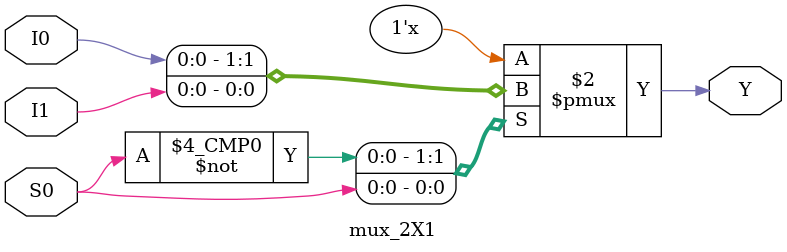
<source format=v>
module mux_2X1( I0, I1, S0, Y);
input  I0, I1, S0; 
output reg Y;

always @(*) 
 begin 
  case(S0) 
    1'b0 : Y = I0;
    1'b1 : Y = I1;
    default :Y = 1'bz;
  endcase
  end
endmodule
</source>
